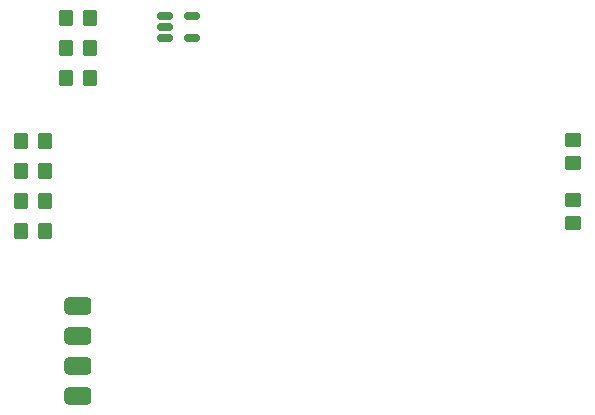
<source format=gbr>
%TF.GenerationSoftware,KiCad,Pcbnew,8.0.3*%
%TF.CreationDate,2024-06-19T13:29:18+09:00*%
%TF.ProjectId,yashica8_ver0.1.2,79617368-6963-4613-985f-766572302e31,rev?*%
%TF.SameCoordinates,Original*%
%TF.FileFunction,Paste,Top*%
%TF.FilePolarity,Positive*%
%FSLAX46Y46*%
G04 Gerber Fmt 4.6, Leading zero omitted, Abs format (unit mm)*
G04 Created by KiCad (PCBNEW 8.0.3) date 2024-06-19 13:29:18*
%MOMM*%
%LPD*%
G01*
G04 APERTURE LIST*
G04 Aperture macros list*
%AMRoundRect*
0 Rectangle with rounded corners*
0 $1 Rounding radius*
0 $2 $3 $4 $5 $6 $7 $8 $9 X,Y pos of 4 corners*
0 Add a 4 corners polygon primitive as box body*
4,1,4,$2,$3,$4,$5,$6,$7,$8,$9,$2,$3,0*
0 Add four circle primitives for the rounded corners*
1,1,$1+$1,$2,$3*
1,1,$1+$1,$4,$5*
1,1,$1+$1,$6,$7*
1,1,$1+$1,$8,$9*
0 Add four rect primitives between the rounded corners*
20,1,$1+$1,$2,$3,$4,$5,0*
20,1,$1+$1,$4,$5,$6,$7,0*
20,1,$1+$1,$6,$7,$8,$9,0*
20,1,$1+$1,$8,$9,$2,$3,0*%
G04 Aperture macros list end*
%ADD10RoundRect,0.250000X-0.350000X-0.450000X0.350000X-0.450000X0.350000X0.450000X-0.350000X0.450000X0*%
%ADD11RoundRect,0.150000X-0.512500X-0.150000X0.512500X-0.150000X0.512500X0.150000X-0.512500X0.150000X0*%
%ADD12RoundRect,0.250000X-0.450000X0.350000X-0.450000X-0.350000X0.450000X-0.350000X0.450000X0.350000X0*%
%ADD13RoundRect,0.381000X-0.762000X-0.381000X0.762000X-0.381000X0.762000X0.381000X-0.762000X0.381000X0*%
%ADD14RoundRect,0.381000X0.762000X0.381000X-0.762000X0.381000X-0.762000X-0.381000X0.762000X-0.381000X0*%
G04 APERTURE END LIST*
D10*
%TO.C,R5*%
X-16860000Y16970000D03*
X-14860000Y16970000D03*
%TD*%
%TO.C,R7*%
X-16860000Y22050000D03*
X-14860000Y22050000D03*
%TD*%
D11*
%TO.C,U1*%
X-4684000Y35192000D03*
X-4684000Y34242000D03*
X-4684000Y33292000D03*
X-2409000Y33292000D03*
X-2409000Y35192000D03*
%TD*%
D10*
%TO.C,R2*%
X-13050000Y29924000D03*
X-11050000Y29924000D03*
%TD*%
%TO.C,R1*%
X-16860000Y24590000D03*
X-14860000Y24590000D03*
%TD*%
D12*
%TO.C,R8*%
X29860000Y19637000D03*
X29860000Y17637000D03*
%TD*%
D10*
%TO.C,R4*%
X-16860000Y19510000D03*
X-14860000Y19510000D03*
%TD*%
%TO.C,R6*%
X-13050000Y35004000D03*
X-11050000Y35004000D03*
%TD*%
D13*
%TO.C,U3*%
X-12050000Y10620000D03*
X-12050000Y8080000D03*
D14*
X-12050000Y5540000D03*
D13*
X-12050000Y3000000D03*
%TD*%
D10*
%TO.C,R3*%
X-13050000Y32464000D03*
X-11050000Y32464000D03*
%TD*%
D12*
%TO.C,R9*%
X29860000Y24717000D03*
X29860000Y22717000D03*
%TD*%
M02*

</source>
